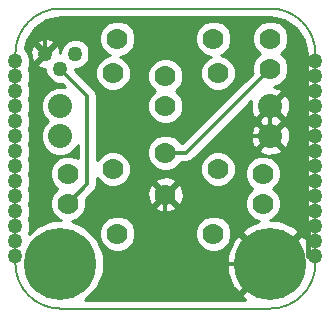
<source format=gbl>
G04 #@! TF.FileFunction,Copper,L2,Bot,Signal*
%FSLAX46Y46*%
G04 Gerber Fmt 4.6, Leading zero omitted, Abs format (unit mm)*
G04 Created by KiCad (PCBNEW 4.0.1-3.201512221401+6198~38~ubuntu15.10.1-stable) date Sun Feb 28 18:25:08 2016*
%MOMM*%
G01*
G04 APERTURE LIST*
%ADD10C,0.050800*%
%ADD11C,0.150000*%
%ADD12C,2.032000*%
%ADD13C,6.096000*%
%ADD14C,1.778000*%
%ADD15C,1.270000*%
%ADD16C,0.350000*%
%ADD17C,0.381000*%
%ADD18C,0.254000*%
G04 APERTURE END LIST*
D10*
D11*
X3810000Y25400000D02*
G75*
G03X0Y21590000I0J-3810000D01*
G01*
X0Y3810000D02*
G75*
G03X3810000Y0I3810000J0D01*
G01*
X21590000Y0D02*
G75*
G03X25400000Y3810000I0J3810000D01*
G01*
X25400000Y21590000D02*
G75*
G03X21590000Y25400000I-3810000J0D01*
G01*
X0Y3810000D02*
X0Y21590000D01*
X21590000Y0D02*
X3810000Y0D01*
X25400000Y21590000D02*
X25400000Y3810000D01*
X3810000Y25400000D02*
X21590000Y25400000D01*
D12*
X3810000Y17145000D03*
X3810000Y14605000D03*
X21590000Y17145000D03*
X21590000Y14605000D03*
D13*
X21590000Y3810000D03*
X3810000Y3810000D03*
D14*
X8255000Y19939000D03*
X8255000Y11811000D03*
X8636000Y22860000D03*
X16764000Y22860000D03*
X17145000Y19939000D03*
X17145000Y11811000D03*
X16764000Y6350000D03*
X8636000Y6350000D03*
X4445000Y11430000D03*
X4445000Y8890000D03*
X20955000Y11430000D03*
X20955000Y8890000D03*
X21590000Y22860000D03*
X21590000Y20320000D03*
X12700000Y13208000D03*
X12700000Y9652000D03*
X12700000Y19685000D03*
X12700000Y17145000D03*
D15*
X3810000Y20320000D03*
X2540000Y21590000D03*
X5080000Y21590000D03*
X25400000Y20955000D03*
X0Y20955000D03*
X0Y19685000D03*
X0Y18415000D03*
X0Y17145000D03*
X0Y15875000D03*
X0Y14605000D03*
X0Y13335000D03*
X0Y12065000D03*
X0Y10795000D03*
X0Y9525000D03*
X0Y8255000D03*
X0Y6985000D03*
X0Y5715000D03*
X0Y4445000D03*
X25400000Y19685000D03*
X25400000Y18415000D03*
X25400000Y17145000D03*
X25400000Y15875000D03*
X25400000Y14605000D03*
X25400000Y13335000D03*
X25400000Y12065000D03*
X25400000Y10795000D03*
X25400000Y9525000D03*
X25400000Y8255000D03*
X25400000Y6985000D03*
X25400000Y5715000D03*
X25400000Y4445000D03*
D16*
X12700000Y13208000D02*
X14478000Y13208000D01*
X14478000Y13208000D02*
X21590000Y20320000D01*
X6096000Y10541000D02*
X6096000Y18034000D01*
X6096000Y18034000D02*
X3810000Y20320000D01*
X4445000Y8890000D02*
X6096000Y10541000D01*
D17*
X24130000Y20955000D02*
X24130000Y19685000D01*
X24130000Y19685000D02*
X24130000Y18415000D01*
X25400000Y19685000D02*
X24130000Y19685000D01*
X24130000Y18415000D02*
X24130000Y17145000D01*
X25400000Y18415000D02*
X24130000Y18415000D01*
X24130000Y17145000D02*
X24130000Y12065000D01*
X25400000Y17145000D02*
X24130000Y17145000D01*
X25400000Y15875000D02*
X24130000Y15875000D01*
X25400000Y14605000D02*
X24130000Y14605000D01*
X25400000Y13335000D02*
X24130000Y13335000D01*
X24130000Y12065000D02*
X24130000Y10795000D01*
X25400000Y12065000D02*
X24130000Y12065000D01*
X25400000Y10795000D02*
X24130000Y10795000D01*
X24130000Y10795000D02*
X24130000Y9525000D01*
X25400000Y9525000D02*
X24130000Y9525000D01*
X24130000Y9525000D02*
X24130000Y8255000D01*
X24130000Y8255000D02*
X24130000Y6985000D01*
X25400000Y8255000D02*
X24130000Y8255000D01*
X24130000Y6985000D02*
X24130000Y6350000D01*
X24130000Y6350000D02*
X21590000Y3810000D01*
X24765000Y4445000D02*
X24765000Y5715000D01*
X25400000Y4445000D02*
X24765000Y4445000D01*
X24765000Y5715000D02*
X24765000Y6985000D01*
X25400000Y5715000D02*
X24765000Y5715000D01*
X24130000Y6985000D02*
X25400000Y6985000D01*
X25400000Y20955000D02*
X24130000Y20955000D01*
D16*
X2540000Y22860000D02*
X2540000Y21590000D01*
X3175000Y23495000D02*
X2540000Y22860000D01*
X5080000Y23495000D02*
X3175000Y23495000D01*
X6350000Y22225000D02*
X5080000Y23495000D01*
X6350000Y19304000D02*
X6350000Y22225000D01*
X10160000Y15494000D02*
X6350000Y19304000D01*
X12700000Y9652000D02*
X10160000Y12192000D01*
X10160000Y12192000D02*
X10160000Y15494000D01*
X12700000Y9652000D02*
X17653000Y14605000D01*
X17653000Y14605000D02*
X21590000Y14605000D01*
X12700000Y5715000D02*
X14605000Y3810000D01*
X14605000Y3810000D02*
X21590000Y3810000D01*
X12700000Y9652000D02*
X12700000Y5715000D01*
X21590000Y17145000D02*
X21590000Y14605000D01*
D18*
G36*
X22770995Y24441176D02*
X23772196Y23772196D01*
X24441175Y22770995D01*
X24690000Y21520069D01*
X24690000Y5921130D01*
X24221258Y6261653D01*
X21769605Y3810000D01*
X21783748Y3795857D01*
X21604143Y3616252D01*
X21590000Y3630395D01*
X19138347Y1178742D01*
X19478870Y710000D01*
X5917684Y710000D01*
X6930475Y1721024D01*
X7492359Y3074192D01*
X7492379Y3097463D01*
X17903067Y3097463D01*
X18456394Y1740774D01*
X18479106Y1706784D01*
X18958742Y1358347D01*
X21410395Y3810000D01*
X18958742Y6261653D01*
X18479106Y5913216D01*
X17911042Y4562630D01*
X17903067Y3097463D01*
X7492379Y3097463D01*
X7493638Y4539380D01*
X6934116Y5893526D01*
X6779724Y6048188D01*
X7111736Y6048188D01*
X7343262Y5487851D01*
X7771596Y5058769D01*
X8331528Y4826265D01*
X8937812Y4825736D01*
X9498149Y5057262D01*
X9927231Y5485596D01*
X10159735Y6045528D01*
X10159737Y6048188D01*
X15239736Y6048188D01*
X15471262Y5487851D01*
X15899596Y5058769D01*
X16459528Y4826265D01*
X17065812Y4825736D01*
X17626149Y5057262D01*
X18055231Y5485596D01*
X18287735Y6045528D01*
X18288080Y6441258D01*
X19138347Y6441258D01*
X21590000Y3989605D01*
X24041653Y6441258D01*
X23693216Y6920894D01*
X22342630Y7488958D01*
X21565273Y7493189D01*
X21817149Y7597262D01*
X22246231Y8025596D01*
X22478735Y8585528D01*
X22479264Y9191812D01*
X22247738Y9752149D01*
X21840263Y10160336D01*
X22246231Y10565596D01*
X22478735Y11125528D01*
X22479264Y11731812D01*
X22247738Y12292149D01*
X21819404Y12721231D01*
X21259472Y12953735D01*
X20653188Y12954264D01*
X20092851Y12722738D01*
X19663769Y12294404D01*
X19431265Y11734472D01*
X19430736Y11128188D01*
X19662262Y10567851D01*
X20069737Y10159664D01*
X19663769Y9754404D01*
X19431265Y9194472D01*
X19430736Y8588188D01*
X19662262Y8027851D01*
X20090596Y7598769D01*
X20604224Y7385492D01*
X19520774Y6943606D01*
X19486784Y6920894D01*
X19138347Y6441258D01*
X18288080Y6441258D01*
X18288264Y6651812D01*
X18056738Y7212149D01*
X17628404Y7641231D01*
X17068472Y7873735D01*
X16462188Y7874264D01*
X15901851Y7642738D01*
X15472769Y7214404D01*
X15240265Y6654472D01*
X15239736Y6048188D01*
X10159737Y6048188D01*
X10160264Y6651812D01*
X9928738Y7212149D01*
X9500404Y7641231D01*
X8940472Y7873735D01*
X8334188Y7874264D01*
X7773851Y7642738D01*
X7344769Y7214404D01*
X7112265Y6654472D01*
X7111736Y6048188D01*
X6779724Y6048188D01*
X5898976Y6930475D01*
X4798909Y7387262D01*
X5307149Y7597262D01*
X5736231Y8025596D01*
X5966358Y8579804D01*
X11807409Y8579804D01*
X11892467Y8324461D01*
X12461965Y8116484D01*
X13067700Y8142277D01*
X13507533Y8324461D01*
X13592591Y8579804D01*
X12700000Y9472395D01*
X11807409Y8579804D01*
X5966358Y8579804D01*
X5968735Y8585528D01*
X5969264Y9191812D01*
X5946768Y9246256D01*
X6590547Y9890035D01*
X11164484Y9890035D01*
X11190277Y9284300D01*
X11372461Y8844467D01*
X11627804Y8759409D01*
X12520395Y9652000D01*
X12879605Y9652000D01*
X13772196Y8759409D01*
X14027539Y8844467D01*
X14235516Y9413965D01*
X14209723Y10019700D01*
X14027539Y10459533D01*
X13772196Y10544591D01*
X12879605Y9652000D01*
X12520395Y9652000D01*
X11627804Y10544591D01*
X11372461Y10459533D01*
X11164484Y9890035D01*
X6590547Y9890035D01*
X6668757Y9968244D01*
X6844343Y10231027D01*
X6906000Y10541000D01*
X6906000Y11085016D01*
X6962262Y10948851D01*
X7390596Y10519769D01*
X7950528Y10287265D01*
X8556812Y10286736D01*
X9117149Y10518262D01*
X9323442Y10724196D01*
X11807409Y10724196D01*
X12700000Y9831605D01*
X13592591Y10724196D01*
X13507533Y10979539D01*
X12938035Y11187516D01*
X12332300Y11161723D01*
X11892467Y10979539D01*
X11807409Y10724196D01*
X9323442Y10724196D01*
X9546231Y10946596D01*
X9778735Y11506528D01*
X9778737Y11509188D01*
X15620736Y11509188D01*
X15852262Y10948851D01*
X16280596Y10519769D01*
X16840528Y10287265D01*
X17446812Y10286736D01*
X18007149Y10518262D01*
X18436231Y10946596D01*
X18668735Y11506528D01*
X18669264Y12112812D01*
X18437738Y12673149D01*
X18009404Y13102231D01*
X17449472Y13334735D01*
X16843188Y13335264D01*
X16282851Y13103738D01*
X15853769Y12675404D01*
X15621265Y12115472D01*
X15620736Y11509188D01*
X9778737Y11509188D01*
X9779264Y12112812D01*
X9547738Y12673149D01*
X9315106Y12906188D01*
X11175736Y12906188D01*
X11407262Y12345851D01*
X11835596Y11916769D01*
X12395528Y11684265D01*
X13001812Y11683736D01*
X13562149Y11915262D01*
X13991231Y12343596D01*
X14013822Y12398000D01*
X14478000Y12398000D01*
X14787974Y12459658D01*
X15050756Y12635244D01*
X15856405Y13440893D01*
X20605498Y13440893D01*
X20706120Y13172378D01*
X21321642Y12943184D01*
X21978019Y12966986D01*
X22473880Y13172378D01*
X22574502Y13440893D01*
X21590000Y14425395D01*
X20605498Y13440893D01*
X15856405Y13440893D01*
X17288870Y14873358D01*
X19928184Y14873358D01*
X19951986Y14216981D01*
X20157378Y13721120D01*
X20425893Y13620498D01*
X21410395Y14605000D01*
X21769605Y14605000D01*
X22754107Y13620498D01*
X23022622Y13721120D01*
X23251816Y14336642D01*
X23228014Y14993019D01*
X23022622Y15488880D01*
X22754107Y15589502D01*
X21769605Y14605000D01*
X21410395Y14605000D01*
X20425893Y15589502D01*
X20157378Y15488880D01*
X19928184Y14873358D01*
X17288870Y14873358D01*
X18396405Y15980893D01*
X20605498Y15980893D01*
X20645180Y15875000D01*
X20605498Y15769107D01*
X21590000Y14784605D01*
X22574502Y15769107D01*
X22534820Y15875000D01*
X22574502Y15980893D01*
X21590000Y16965395D01*
X20605498Y15980893D01*
X18396405Y15980893D01*
X19987103Y17571590D01*
X19928184Y17413358D01*
X19951986Y16756981D01*
X20157378Y16261120D01*
X20425893Y16160498D01*
X21410395Y17145000D01*
X21769605Y17145000D01*
X22754107Y16160498D01*
X23022622Y16261120D01*
X23251816Y16876642D01*
X23228014Y17533019D01*
X23022622Y18028880D01*
X22754107Y18129502D01*
X21769605Y17145000D01*
X21410395Y17145000D01*
X21396253Y17159142D01*
X21575858Y17338747D01*
X21590000Y17324605D01*
X22574502Y18309107D01*
X22473880Y18577622D01*
X21888106Y18795739D01*
X21891812Y18795736D01*
X22452149Y19027262D01*
X22881231Y19455596D01*
X23113735Y20015528D01*
X23114264Y20621812D01*
X22882738Y21182149D01*
X22475263Y21590336D01*
X22881231Y21995596D01*
X23113735Y22555528D01*
X23114264Y23161812D01*
X22882738Y23722149D01*
X22454404Y24151231D01*
X21894472Y24383735D01*
X21288188Y24384264D01*
X20727851Y24152738D01*
X20298769Y23724404D01*
X20066265Y23164472D01*
X20065736Y22558188D01*
X20297262Y21997851D01*
X20704737Y21589664D01*
X20298769Y21184404D01*
X20066265Y20624472D01*
X20065736Y20018188D01*
X20088232Y19963744D01*
X14142488Y14018000D01*
X14014285Y14018000D01*
X13992738Y14070149D01*
X13564404Y14499231D01*
X13004472Y14731735D01*
X12398188Y14732264D01*
X11837851Y14500738D01*
X11408769Y14072404D01*
X11176265Y13512472D01*
X11175736Y12906188D01*
X9315106Y12906188D01*
X9119404Y13102231D01*
X8559472Y13334735D01*
X7953188Y13335264D01*
X7392851Y13103738D01*
X6963769Y12675404D01*
X6906000Y12536281D01*
X6906000Y18034000D01*
X6844342Y18343974D01*
X6756549Y18475365D01*
X6668756Y18606757D01*
X5638325Y19637188D01*
X6730736Y19637188D01*
X6962262Y19076851D01*
X7390596Y18647769D01*
X7950528Y18415265D01*
X8556812Y18414736D01*
X9117149Y18646262D01*
X9546231Y19074596D01*
X9674369Y19383188D01*
X11175736Y19383188D01*
X11407262Y18822851D01*
X11814737Y18414664D01*
X11408769Y18009404D01*
X11176265Y17449472D01*
X11175736Y16843188D01*
X11407262Y16282851D01*
X11835596Y15853769D01*
X12395528Y15621265D01*
X13001812Y15620736D01*
X13562149Y15852262D01*
X13991231Y16280596D01*
X14223735Y16840528D01*
X14224264Y17446812D01*
X13992738Y18007149D01*
X13585263Y18415336D01*
X13991231Y18820596D01*
X14223735Y19380528D01*
X14224264Y19986812D01*
X13992738Y20547149D01*
X13564404Y20976231D01*
X13004472Y21208735D01*
X12398188Y21209264D01*
X11837851Y20977738D01*
X11408769Y20549404D01*
X11176265Y19989472D01*
X11175736Y19383188D01*
X9674369Y19383188D01*
X9778735Y19634528D01*
X9779264Y20240812D01*
X9547738Y20801149D01*
X9119404Y21230231D01*
X8865167Y21335799D01*
X8937812Y21335736D01*
X9498149Y21567262D01*
X9927231Y21995596D01*
X10159735Y22555528D01*
X10159737Y22558188D01*
X15239736Y22558188D01*
X15471262Y21997851D01*
X15899596Y21568769D01*
X16459528Y21336265D01*
X16535665Y21336199D01*
X16282851Y21231738D01*
X15853769Y20803404D01*
X15621265Y20243472D01*
X15620736Y19637188D01*
X15852262Y19076851D01*
X16280596Y18647769D01*
X16840528Y18415265D01*
X17446812Y18414736D01*
X18007149Y18646262D01*
X18436231Y19074596D01*
X18668735Y19634528D01*
X18669264Y20240812D01*
X18437738Y20801149D01*
X18009404Y21230231D01*
X17449472Y21462735D01*
X17373335Y21462801D01*
X17626149Y21567262D01*
X18055231Y21995596D01*
X18287735Y22555528D01*
X18288264Y23161812D01*
X18056738Y23722149D01*
X17628404Y24151231D01*
X17068472Y24383735D01*
X16462188Y24384264D01*
X15901851Y24152738D01*
X15472769Y23724404D01*
X15240265Y23164472D01*
X15239736Y22558188D01*
X10159737Y22558188D01*
X10160264Y23161812D01*
X9928738Y23722149D01*
X9500404Y24151231D01*
X8940472Y24383735D01*
X8334188Y24384264D01*
X7773851Y24152738D01*
X7344769Y23724404D01*
X7112265Y23164472D01*
X7111736Y22558188D01*
X7343262Y21997851D01*
X7771596Y21568769D01*
X8025833Y21463201D01*
X7953188Y21463264D01*
X7392851Y21231738D01*
X6963769Y20803404D01*
X6731265Y20243472D01*
X6730736Y19637188D01*
X5638325Y19637188D01*
X5079892Y20195620D01*
X5080000Y20320000D01*
X5331510Y20319780D01*
X5798458Y20512718D01*
X6156026Y20869663D01*
X6349779Y21336273D01*
X6350220Y21841510D01*
X6157282Y22308458D01*
X5800337Y22666026D01*
X5333727Y22859779D01*
X4828490Y22860220D01*
X4361542Y22667282D01*
X4003974Y22310337D01*
X3810221Y21843727D01*
X3810032Y21626929D01*
X3792906Y21917023D01*
X3657179Y22244697D01*
X3428133Y22298528D01*
X2719605Y21590000D01*
X2733748Y21575857D01*
X2554143Y21396252D01*
X2540000Y21410395D01*
X1831472Y20701867D01*
X1885303Y20472821D01*
X2362664Y20307319D01*
X2539998Y20317788D01*
X2539780Y20068490D01*
X2732718Y19601542D01*
X3089663Y19243974D01*
X3556273Y19050221D01*
X3934597Y19049891D01*
X4223519Y18760968D01*
X4139845Y18795713D01*
X3483037Y18796286D01*
X2876005Y18545466D01*
X2411166Y18081437D01*
X2159287Y17474845D01*
X2158714Y16818037D01*
X2409534Y16211005D01*
X2745132Y15874821D01*
X2411166Y15541437D01*
X2159287Y14934845D01*
X2158714Y14278037D01*
X2409534Y13671005D01*
X2873563Y13206166D01*
X3480155Y12954287D01*
X4136963Y12953714D01*
X4743995Y13204534D01*
X5208834Y13668563D01*
X5286000Y13854399D01*
X5286000Y12730949D01*
X4749472Y12953735D01*
X4143188Y12954264D01*
X3582851Y12722738D01*
X3153769Y12294404D01*
X2921265Y11734472D01*
X2920736Y11128188D01*
X3152262Y10567851D01*
X3559737Y10159664D01*
X3153769Y9754404D01*
X2921265Y9194472D01*
X2920736Y8588188D01*
X3152262Y8027851D01*
X3580596Y7598769D01*
X3835366Y7492979D01*
X3080620Y7493638D01*
X1726474Y6934116D01*
X1120401Y6329101D01*
X1111614Y6350368D01*
X1269779Y6731273D01*
X1270220Y7236510D01*
X1111614Y7620368D01*
X1269779Y8001273D01*
X1270220Y8506510D01*
X1111614Y8890368D01*
X1269779Y9271273D01*
X1270220Y9776510D01*
X1111614Y10160368D01*
X1269779Y10541273D01*
X1270220Y11046510D01*
X1111614Y11430368D01*
X1269779Y11811273D01*
X1270220Y12316510D01*
X1111614Y12700368D01*
X1269779Y13081273D01*
X1270220Y13586510D01*
X1111614Y13970368D01*
X1269779Y14351273D01*
X1270220Y14856510D01*
X1111614Y15240368D01*
X1269779Y15621273D01*
X1270220Y16126510D01*
X1111614Y16510368D01*
X1269779Y16891273D01*
X1270220Y17396510D01*
X1111614Y17780368D01*
X1269779Y18161273D01*
X1270220Y18666510D01*
X1111614Y19050368D01*
X1269779Y19431273D01*
X1270220Y19936510D01*
X1111614Y20320368D01*
X1269779Y20701273D01*
X1270220Y21206510D01*
X1077282Y21673458D01*
X983568Y21767336D01*
X1257319Y21767336D01*
X1287094Y21262977D01*
X1422821Y20935303D01*
X1651867Y20881472D01*
X2360395Y21590000D01*
X1651867Y22298528D01*
X1422821Y22244697D01*
X1257319Y21767336D01*
X983568Y21767336D01*
X796466Y21954764D01*
X900570Y22478133D01*
X1831472Y22478133D01*
X2540000Y21769605D01*
X3248528Y22478133D01*
X3194697Y22707179D01*
X2717336Y22872681D01*
X2212977Y22842906D01*
X1885303Y22707179D01*
X1831472Y22478133D01*
X900570Y22478133D01*
X958824Y22770995D01*
X1627804Y23772196D01*
X2629005Y24441175D01*
X3879931Y24690000D01*
X21520069Y24690000D01*
X22770995Y24441176D01*
X22770995Y24441176D01*
G37*
X22770995Y24441176D02*
X23772196Y23772196D01*
X24441175Y22770995D01*
X24690000Y21520069D01*
X24690000Y5921130D01*
X24221258Y6261653D01*
X21769605Y3810000D01*
X21783748Y3795857D01*
X21604143Y3616252D01*
X21590000Y3630395D01*
X19138347Y1178742D01*
X19478870Y710000D01*
X5917684Y710000D01*
X6930475Y1721024D01*
X7492359Y3074192D01*
X7492379Y3097463D01*
X17903067Y3097463D01*
X18456394Y1740774D01*
X18479106Y1706784D01*
X18958742Y1358347D01*
X21410395Y3810000D01*
X18958742Y6261653D01*
X18479106Y5913216D01*
X17911042Y4562630D01*
X17903067Y3097463D01*
X7492379Y3097463D01*
X7493638Y4539380D01*
X6934116Y5893526D01*
X6779724Y6048188D01*
X7111736Y6048188D01*
X7343262Y5487851D01*
X7771596Y5058769D01*
X8331528Y4826265D01*
X8937812Y4825736D01*
X9498149Y5057262D01*
X9927231Y5485596D01*
X10159735Y6045528D01*
X10159737Y6048188D01*
X15239736Y6048188D01*
X15471262Y5487851D01*
X15899596Y5058769D01*
X16459528Y4826265D01*
X17065812Y4825736D01*
X17626149Y5057262D01*
X18055231Y5485596D01*
X18287735Y6045528D01*
X18288080Y6441258D01*
X19138347Y6441258D01*
X21590000Y3989605D01*
X24041653Y6441258D01*
X23693216Y6920894D01*
X22342630Y7488958D01*
X21565273Y7493189D01*
X21817149Y7597262D01*
X22246231Y8025596D01*
X22478735Y8585528D01*
X22479264Y9191812D01*
X22247738Y9752149D01*
X21840263Y10160336D01*
X22246231Y10565596D01*
X22478735Y11125528D01*
X22479264Y11731812D01*
X22247738Y12292149D01*
X21819404Y12721231D01*
X21259472Y12953735D01*
X20653188Y12954264D01*
X20092851Y12722738D01*
X19663769Y12294404D01*
X19431265Y11734472D01*
X19430736Y11128188D01*
X19662262Y10567851D01*
X20069737Y10159664D01*
X19663769Y9754404D01*
X19431265Y9194472D01*
X19430736Y8588188D01*
X19662262Y8027851D01*
X20090596Y7598769D01*
X20604224Y7385492D01*
X19520774Y6943606D01*
X19486784Y6920894D01*
X19138347Y6441258D01*
X18288080Y6441258D01*
X18288264Y6651812D01*
X18056738Y7212149D01*
X17628404Y7641231D01*
X17068472Y7873735D01*
X16462188Y7874264D01*
X15901851Y7642738D01*
X15472769Y7214404D01*
X15240265Y6654472D01*
X15239736Y6048188D01*
X10159737Y6048188D01*
X10160264Y6651812D01*
X9928738Y7212149D01*
X9500404Y7641231D01*
X8940472Y7873735D01*
X8334188Y7874264D01*
X7773851Y7642738D01*
X7344769Y7214404D01*
X7112265Y6654472D01*
X7111736Y6048188D01*
X6779724Y6048188D01*
X5898976Y6930475D01*
X4798909Y7387262D01*
X5307149Y7597262D01*
X5736231Y8025596D01*
X5966358Y8579804D01*
X11807409Y8579804D01*
X11892467Y8324461D01*
X12461965Y8116484D01*
X13067700Y8142277D01*
X13507533Y8324461D01*
X13592591Y8579804D01*
X12700000Y9472395D01*
X11807409Y8579804D01*
X5966358Y8579804D01*
X5968735Y8585528D01*
X5969264Y9191812D01*
X5946768Y9246256D01*
X6590547Y9890035D01*
X11164484Y9890035D01*
X11190277Y9284300D01*
X11372461Y8844467D01*
X11627804Y8759409D01*
X12520395Y9652000D01*
X12879605Y9652000D01*
X13772196Y8759409D01*
X14027539Y8844467D01*
X14235516Y9413965D01*
X14209723Y10019700D01*
X14027539Y10459533D01*
X13772196Y10544591D01*
X12879605Y9652000D01*
X12520395Y9652000D01*
X11627804Y10544591D01*
X11372461Y10459533D01*
X11164484Y9890035D01*
X6590547Y9890035D01*
X6668757Y9968244D01*
X6844343Y10231027D01*
X6906000Y10541000D01*
X6906000Y11085016D01*
X6962262Y10948851D01*
X7390596Y10519769D01*
X7950528Y10287265D01*
X8556812Y10286736D01*
X9117149Y10518262D01*
X9323442Y10724196D01*
X11807409Y10724196D01*
X12700000Y9831605D01*
X13592591Y10724196D01*
X13507533Y10979539D01*
X12938035Y11187516D01*
X12332300Y11161723D01*
X11892467Y10979539D01*
X11807409Y10724196D01*
X9323442Y10724196D01*
X9546231Y10946596D01*
X9778735Y11506528D01*
X9778737Y11509188D01*
X15620736Y11509188D01*
X15852262Y10948851D01*
X16280596Y10519769D01*
X16840528Y10287265D01*
X17446812Y10286736D01*
X18007149Y10518262D01*
X18436231Y10946596D01*
X18668735Y11506528D01*
X18669264Y12112812D01*
X18437738Y12673149D01*
X18009404Y13102231D01*
X17449472Y13334735D01*
X16843188Y13335264D01*
X16282851Y13103738D01*
X15853769Y12675404D01*
X15621265Y12115472D01*
X15620736Y11509188D01*
X9778737Y11509188D01*
X9779264Y12112812D01*
X9547738Y12673149D01*
X9315106Y12906188D01*
X11175736Y12906188D01*
X11407262Y12345851D01*
X11835596Y11916769D01*
X12395528Y11684265D01*
X13001812Y11683736D01*
X13562149Y11915262D01*
X13991231Y12343596D01*
X14013822Y12398000D01*
X14478000Y12398000D01*
X14787974Y12459658D01*
X15050756Y12635244D01*
X15856405Y13440893D01*
X20605498Y13440893D01*
X20706120Y13172378D01*
X21321642Y12943184D01*
X21978019Y12966986D01*
X22473880Y13172378D01*
X22574502Y13440893D01*
X21590000Y14425395D01*
X20605498Y13440893D01*
X15856405Y13440893D01*
X17288870Y14873358D01*
X19928184Y14873358D01*
X19951986Y14216981D01*
X20157378Y13721120D01*
X20425893Y13620498D01*
X21410395Y14605000D01*
X21769605Y14605000D01*
X22754107Y13620498D01*
X23022622Y13721120D01*
X23251816Y14336642D01*
X23228014Y14993019D01*
X23022622Y15488880D01*
X22754107Y15589502D01*
X21769605Y14605000D01*
X21410395Y14605000D01*
X20425893Y15589502D01*
X20157378Y15488880D01*
X19928184Y14873358D01*
X17288870Y14873358D01*
X18396405Y15980893D01*
X20605498Y15980893D01*
X20645180Y15875000D01*
X20605498Y15769107D01*
X21590000Y14784605D01*
X22574502Y15769107D01*
X22534820Y15875000D01*
X22574502Y15980893D01*
X21590000Y16965395D01*
X20605498Y15980893D01*
X18396405Y15980893D01*
X19987103Y17571590D01*
X19928184Y17413358D01*
X19951986Y16756981D01*
X20157378Y16261120D01*
X20425893Y16160498D01*
X21410395Y17145000D01*
X21769605Y17145000D01*
X22754107Y16160498D01*
X23022622Y16261120D01*
X23251816Y16876642D01*
X23228014Y17533019D01*
X23022622Y18028880D01*
X22754107Y18129502D01*
X21769605Y17145000D01*
X21410395Y17145000D01*
X21396253Y17159142D01*
X21575858Y17338747D01*
X21590000Y17324605D01*
X22574502Y18309107D01*
X22473880Y18577622D01*
X21888106Y18795739D01*
X21891812Y18795736D01*
X22452149Y19027262D01*
X22881231Y19455596D01*
X23113735Y20015528D01*
X23114264Y20621812D01*
X22882738Y21182149D01*
X22475263Y21590336D01*
X22881231Y21995596D01*
X23113735Y22555528D01*
X23114264Y23161812D01*
X22882738Y23722149D01*
X22454404Y24151231D01*
X21894472Y24383735D01*
X21288188Y24384264D01*
X20727851Y24152738D01*
X20298769Y23724404D01*
X20066265Y23164472D01*
X20065736Y22558188D01*
X20297262Y21997851D01*
X20704737Y21589664D01*
X20298769Y21184404D01*
X20066265Y20624472D01*
X20065736Y20018188D01*
X20088232Y19963744D01*
X14142488Y14018000D01*
X14014285Y14018000D01*
X13992738Y14070149D01*
X13564404Y14499231D01*
X13004472Y14731735D01*
X12398188Y14732264D01*
X11837851Y14500738D01*
X11408769Y14072404D01*
X11176265Y13512472D01*
X11175736Y12906188D01*
X9315106Y12906188D01*
X9119404Y13102231D01*
X8559472Y13334735D01*
X7953188Y13335264D01*
X7392851Y13103738D01*
X6963769Y12675404D01*
X6906000Y12536281D01*
X6906000Y18034000D01*
X6844342Y18343974D01*
X6756549Y18475365D01*
X6668756Y18606757D01*
X5638325Y19637188D01*
X6730736Y19637188D01*
X6962262Y19076851D01*
X7390596Y18647769D01*
X7950528Y18415265D01*
X8556812Y18414736D01*
X9117149Y18646262D01*
X9546231Y19074596D01*
X9674369Y19383188D01*
X11175736Y19383188D01*
X11407262Y18822851D01*
X11814737Y18414664D01*
X11408769Y18009404D01*
X11176265Y17449472D01*
X11175736Y16843188D01*
X11407262Y16282851D01*
X11835596Y15853769D01*
X12395528Y15621265D01*
X13001812Y15620736D01*
X13562149Y15852262D01*
X13991231Y16280596D01*
X14223735Y16840528D01*
X14224264Y17446812D01*
X13992738Y18007149D01*
X13585263Y18415336D01*
X13991231Y18820596D01*
X14223735Y19380528D01*
X14224264Y19986812D01*
X13992738Y20547149D01*
X13564404Y20976231D01*
X13004472Y21208735D01*
X12398188Y21209264D01*
X11837851Y20977738D01*
X11408769Y20549404D01*
X11176265Y19989472D01*
X11175736Y19383188D01*
X9674369Y19383188D01*
X9778735Y19634528D01*
X9779264Y20240812D01*
X9547738Y20801149D01*
X9119404Y21230231D01*
X8865167Y21335799D01*
X8937812Y21335736D01*
X9498149Y21567262D01*
X9927231Y21995596D01*
X10159735Y22555528D01*
X10159737Y22558188D01*
X15239736Y22558188D01*
X15471262Y21997851D01*
X15899596Y21568769D01*
X16459528Y21336265D01*
X16535665Y21336199D01*
X16282851Y21231738D01*
X15853769Y20803404D01*
X15621265Y20243472D01*
X15620736Y19637188D01*
X15852262Y19076851D01*
X16280596Y18647769D01*
X16840528Y18415265D01*
X17446812Y18414736D01*
X18007149Y18646262D01*
X18436231Y19074596D01*
X18668735Y19634528D01*
X18669264Y20240812D01*
X18437738Y20801149D01*
X18009404Y21230231D01*
X17449472Y21462735D01*
X17373335Y21462801D01*
X17626149Y21567262D01*
X18055231Y21995596D01*
X18287735Y22555528D01*
X18288264Y23161812D01*
X18056738Y23722149D01*
X17628404Y24151231D01*
X17068472Y24383735D01*
X16462188Y24384264D01*
X15901851Y24152738D01*
X15472769Y23724404D01*
X15240265Y23164472D01*
X15239736Y22558188D01*
X10159737Y22558188D01*
X10160264Y23161812D01*
X9928738Y23722149D01*
X9500404Y24151231D01*
X8940472Y24383735D01*
X8334188Y24384264D01*
X7773851Y24152738D01*
X7344769Y23724404D01*
X7112265Y23164472D01*
X7111736Y22558188D01*
X7343262Y21997851D01*
X7771596Y21568769D01*
X8025833Y21463201D01*
X7953188Y21463264D01*
X7392851Y21231738D01*
X6963769Y20803404D01*
X6731265Y20243472D01*
X6730736Y19637188D01*
X5638325Y19637188D01*
X5079892Y20195620D01*
X5080000Y20320000D01*
X5331510Y20319780D01*
X5798458Y20512718D01*
X6156026Y20869663D01*
X6349779Y21336273D01*
X6350220Y21841510D01*
X6157282Y22308458D01*
X5800337Y22666026D01*
X5333727Y22859779D01*
X4828490Y22860220D01*
X4361542Y22667282D01*
X4003974Y22310337D01*
X3810221Y21843727D01*
X3810032Y21626929D01*
X3792906Y21917023D01*
X3657179Y22244697D01*
X3428133Y22298528D01*
X2719605Y21590000D01*
X2733748Y21575857D01*
X2554143Y21396252D01*
X2540000Y21410395D01*
X1831472Y20701867D01*
X1885303Y20472821D01*
X2362664Y20307319D01*
X2539998Y20317788D01*
X2539780Y20068490D01*
X2732718Y19601542D01*
X3089663Y19243974D01*
X3556273Y19050221D01*
X3934597Y19049891D01*
X4223519Y18760968D01*
X4139845Y18795713D01*
X3483037Y18796286D01*
X2876005Y18545466D01*
X2411166Y18081437D01*
X2159287Y17474845D01*
X2158714Y16818037D01*
X2409534Y16211005D01*
X2745132Y15874821D01*
X2411166Y15541437D01*
X2159287Y14934845D01*
X2158714Y14278037D01*
X2409534Y13671005D01*
X2873563Y13206166D01*
X3480155Y12954287D01*
X4136963Y12953714D01*
X4743995Y13204534D01*
X5208834Y13668563D01*
X5286000Y13854399D01*
X5286000Y12730949D01*
X4749472Y12953735D01*
X4143188Y12954264D01*
X3582851Y12722738D01*
X3153769Y12294404D01*
X2921265Y11734472D01*
X2920736Y11128188D01*
X3152262Y10567851D01*
X3559737Y10159664D01*
X3153769Y9754404D01*
X2921265Y9194472D01*
X2920736Y8588188D01*
X3152262Y8027851D01*
X3580596Y7598769D01*
X3835366Y7492979D01*
X3080620Y7493638D01*
X1726474Y6934116D01*
X1120401Y6329101D01*
X1111614Y6350368D01*
X1269779Y6731273D01*
X1270220Y7236510D01*
X1111614Y7620368D01*
X1269779Y8001273D01*
X1270220Y8506510D01*
X1111614Y8890368D01*
X1269779Y9271273D01*
X1270220Y9776510D01*
X1111614Y10160368D01*
X1269779Y10541273D01*
X1270220Y11046510D01*
X1111614Y11430368D01*
X1269779Y11811273D01*
X1270220Y12316510D01*
X1111614Y12700368D01*
X1269779Y13081273D01*
X1270220Y13586510D01*
X1111614Y13970368D01*
X1269779Y14351273D01*
X1270220Y14856510D01*
X1111614Y15240368D01*
X1269779Y15621273D01*
X1270220Y16126510D01*
X1111614Y16510368D01*
X1269779Y16891273D01*
X1270220Y17396510D01*
X1111614Y17780368D01*
X1269779Y18161273D01*
X1270220Y18666510D01*
X1111614Y19050368D01*
X1269779Y19431273D01*
X1270220Y19936510D01*
X1111614Y20320368D01*
X1269779Y20701273D01*
X1270220Y21206510D01*
X1077282Y21673458D01*
X983568Y21767336D01*
X1257319Y21767336D01*
X1287094Y21262977D01*
X1422821Y20935303D01*
X1651867Y20881472D01*
X2360395Y21590000D01*
X1651867Y22298528D01*
X1422821Y22244697D01*
X1257319Y21767336D01*
X983568Y21767336D01*
X796466Y21954764D01*
X900570Y22478133D01*
X1831472Y22478133D01*
X2540000Y21769605D01*
X3248528Y22478133D01*
X3194697Y22707179D01*
X2717336Y22872681D01*
X2212977Y22842906D01*
X1885303Y22707179D01*
X1831472Y22478133D01*
X900570Y22478133D01*
X958824Y22770995D01*
X1627804Y23772196D01*
X2629005Y24441175D01*
X3879931Y24690000D01*
X21520069Y24690000D01*
X22770995Y24441176D01*
M02*

</source>
